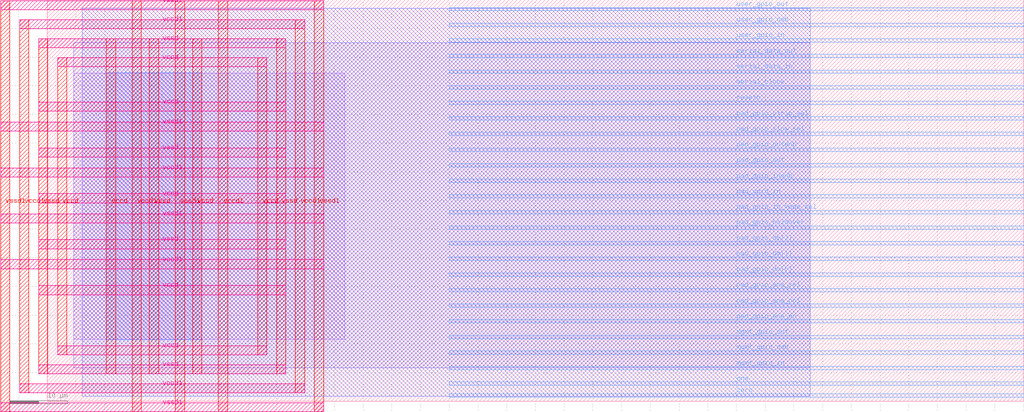
<source format=lef>
VERSION 5.7 ;
  NOWIREEXTENSIONATPIN ON ;
  DIVIDERCHAR "/" ;
  BUSBITCHARS "[]" ;
MACRO gpio_control_block
  CLASS BLOCK ;
  FOREIGN gpio_control_block ;
  ORIGIN 0.000 0.000 ;
  SIZE 170.000 BY 70.000 ;
  PIN mgmt_gpio_in
    DIRECTION OUTPUT TRISTATE ;
    USE SIGNAL ;
    PORT
      LAYER met3 ;
        RECT 70.000 5.480 170.000 6.080 ;
    END
  END mgmt_gpio_in
  PIN mgmt_gpio_oeb
    DIRECTION INPUT ;
    USE SIGNAL ;
    PORT
      LAYER met3 ;
        RECT 70.000 8.200 170.000 8.800 ;
    END
  END mgmt_gpio_oeb
  PIN mgmt_gpio_out
    DIRECTION INPUT ;
    USE SIGNAL ;
    PORT
      LAYER met3 ;
        RECT 70.000 10.920 170.000 11.520 ;
    END
  END mgmt_gpio_out
  PIN one
    DIRECTION OUTPUT TRISTATE ;
    USE SIGNAL ;
    PORT
      LAYER met3 ;
        RECT 70.000 2.760 170.000 3.360 ;
    END
  END one
  PIN pad_gpio_ana_en
    DIRECTION OUTPUT TRISTATE ;
    USE SIGNAL ;
    PORT
      LAYER met3 ;
        RECT 70.000 13.640 170.000 14.240 ;
    END
  END pad_gpio_ana_en
  PIN pad_gpio_ana_pol
    DIRECTION OUTPUT TRISTATE ;
    USE SIGNAL ;
    PORT
      LAYER met3 ;
        RECT 70.000 16.360 170.000 16.960 ;
    END
  END pad_gpio_ana_pol
  PIN pad_gpio_ana_sel
    DIRECTION OUTPUT TRISTATE ;
    USE SIGNAL ;
    PORT
      LAYER met3 ;
        RECT 70.000 19.080 170.000 19.680 ;
    END
  END pad_gpio_ana_sel
  PIN pad_gpio_dm[0]
    DIRECTION OUTPUT TRISTATE ;
    USE SIGNAL ;
    PORT
      LAYER met3 ;
        RECT 70.000 21.800 170.000 22.400 ;
    END
  END pad_gpio_dm[0]
  PIN pad_gpio_dm[1]
    DIRECTION OUTPUT TRISTATE ;
    USE SIGNAL ;
    PORT
      LAYER met3 ;
        RECT 70.000 24.520 170.000 25.120 ;
    END
  END pad_gpio_dm[1]
  PIN pad_gpio_dm[2]
    DIRECTION OUTPUT TRISTATE ;
    USE SIGNAL ;
    PORT
      LAYER met3 ;
        RECT 70.000 27.240 170.000 27.840 ;
    END
  END pad_gpio_dm[2]
  PIN pad_gpio_holdover
    DIRECTION OUTPUT TRISTATE ;
    USE SIGNAL ;
    PORT
      LAYER met3 ;
        RECT 70.000 29.960 170.000 30.560 ;
    END
  END pad_gpio_holdover
  PIN pad_gpio_ib_mode_sel
    DIRECTION OUTPUT TRISTATE ;
    USE SIGNAL ;
    PORT
      LAYER met3 ;
        RECT 70.000 32.680 170.000 33.280 ;
    END
  END pad_gpio_ib_mode_sel
  PIN pad_gpio_in
    DIRECTION INPUT ;
    USE SIGNAL ;
    PORT
      LAYER met3 ;
        RECT 70.000 35.400 170.000 36.000 ;
    END
  END pad_gpio_in
  PIN pad_gpio_inenb
    DIRECTION OUTPUT TRISTATE ;
    USE SIGNAL ;
    PORT
      LAYER met3 ;
        RECT 70.000 38.120 170.000 38.720 ;
    END
  END pad_gpio_inenb
  PIN pad_gpio_out
    DIRECTION OUTPUT TRISTATE ;
    USE SIGNAL ;
    PORT
      LAYER met3 ;
        RECT 70.000 40.840 170.000 41.440 ;
    END
  END pad_gpio_out
  PIN pad_gpio_outenb
    DIRECTION OUTPUT TRISTATE ;
    USE SIGNAL ;
    PORT
      LAYER met3 ;
        RECT 70.000 43.560 170.000 44.160 ;
    END
  END pad_gpio_outenb
  PIN pad_gpio_slow_sel
    DIRECTION OUTPUT TRISTATE ;
    USE SIGNAL ;
    PORT
      LAYER met3 ;
        RECT 70.000 46.280 170.000 46.880 ;
    END
  END pad_gpio_slow_sel
  PIN pad_gpio_vtrip_sel
    DIRECTION OUTPUT TRISTATE ;
    USE SIGNAL ;
    PORT
      LAYER met3 ;
        RECT 70.000 49.000 170.000 49.600 ;
    END
  END pad_gpio_vtrip_sel
  PIN resetn
    DIRECTION INPUT ;
    USE SIGNAL ;
    PORT
      LAYER met3 ;
        RECT 70.000 51.720 170.000 52.320 ;
    END
  END resetn
  PIN serial_clock
    DIRECTION INPUT ;
    USE SIGNAL ;
    PORT
      LAYER met3 ;
        RECT 70.000 54.440 170.000 55.040 ;
    END
  END serial_clock
  PIN serial_data_in
    DIRECTION INPUT ;
    USE SIGNAL ;
    PORT
      LAYER met3 ;
        RECT 70.000 57.160 170.000 57.760 ;
    END
  END serial_data_in
  PIN serial_data_out
    DIRECTION OUTPUT TRISTATE ;
    USE SIGNAL ;
    PORT
      LAYER met3 ;
        RECT 70.000 59.880 170.000 60.480 ;
    END
  END serial_data_out
  PIN user_gpio_in
    DIRECTION OUTPUT TRISTATE ;
    USE SIGNAL ;
    PORT
      LAYER met3 ;
        RECT 70.000 62.600 170.000 63.200 ;
    END
  END user_gpio_in
  PIN user_gpio_oeb
    DIRECTION INPUT ;
    USE SIGNAL ;
    PORT
      LAYER met3 ;
        RECT 70.000 65.320 170.000 65.920 ;
    END
  END user_gpio_oeb
  PIN user_gpio_out
    DIRECTION INPUT ;
    USE SIGNAL ;
    PORT
      LAYER met3 ;
        RECT 70.000 68.040 170.000 68.640 ;
    END
  END user_gpio_out
  PIN zero
    DIRECTION OUTPUT TRISTATE ;
    USE SIGNAL ;
    PORT
      LAYER met3 ;
        RECT 70.000 0.720 170.000 1.320 ;
    END
  END zero
  PIN vccd
    DIRECTION INOUT ;
    USE POWER ;
    PORT
      LAYER met4 ;
        RECT 25.300 4.780 26.900 63.220 ;
    END
  END vccd
  PIN vccd
    DIRECTION INOUT ;
    USE POWER ;
    PORT
      LAYER met4 ;
        RECT 10.300 4.780 11.900 63.220 ;
    END
  END vccd
  PIN vccd
    DIRECTION INOUT ;
    USE POWER ;
    PORT
      LAYER met4 ;
        RECT 36.620 8.080 38.220 59.920 ;
    END
  END vccd
  PIN vccd
    DIRECTION INOUT ;
    USE POWER ;
    PORT
      LAYER met4 ;
        RECT 1.800 8.080 3.400 59.920 ;
    END
  END vccd
  PIN vccd
    DIRECTION INOUT ;
    USE POWER ;
    PORT
      LAYER met5 ;
        RECT 1.800 58.320 38.220 59.920 ;
    END
  END vccd
  PIN vccd
    DIRECTION INOUT ;
    USE POWER ;
    PORT
      LAYER met5 ;
        RECT -1.500 50.580 41.520 52.180 ;
    END
  END vccd
  PIN vccd
    DIRECTION INOUT ;
    USE POWER ;
    PORT
      LAYER met5 ;
        RECT -1.500 34.580 41.520 36.180 ;
    END
  END vccd
  PIN vccd
    DIRECTION INOUT ;
    USE POWER ;
    PORT
      LAYER met5 ;
        RECT -1.500 18.580 41.520 20.180 ;
    END
  END vccd
  PIN vccd
    DIRECTION INOUT ;
    USE POWER ;
    PORT
      LAYER met5 ;
        RECT 1.800 8.080 38.220 9.680 ;
    END
  END vccd
  PIN vssd
    DIRECTION INOUT ;
    USE GROUND ;
    PORT
      LAYER met4 ;
        RECT 39.920 4.780 41.520 63.220 ;
    END
  END vssd
  PIN vssd
    DIRECTION INOUT ;
    USE GROUND ;
    PORT
      LAYER met4 ;
        RECT 17.800 4.780 19.400 63.220 ;
    END
  END vssd
  PIN vssd
    DIRECTION INOUT ;
    USE GROUND ;
    PORT
      LAYER met4 ;
        RECT -1.500 4.780 0.100 63.220 ;
    END
  END vssd
  PIN vssd
    DIRECTION INOUT ;
    USE GROUND ;
    PORT
      LAYER met5 ;
        RECT -1.500 61.620 41.520 63.220 ;
    END
  END vssd
  PIN vssd
    DIRECTION INOUT ;
    USE GROUND ;
    PORT
      LAYER met5 ;
        RECT -1.500 42.580 41.520 44.180 ;
    END
  END vssd
  PIN vssd
    DIRECTION INOUT ;
    USE GROUND ;
    PORT
      LAYER met5 ;
        RECT -1.500 26.580 41.520 28.180 ;
    END
  END vssd
  PIN vssd
    DIRECTION INOUT ;
    USE GROUND ;
    PORT
      LAYER met5 ;
        RECT -1.500 4.780 41.520 6.380 ;
    END
  END vssd
  PIN vccd1
    DIRECTION INOUT ;
    USE POWER ;
    PORT
      LAYER met4 ;
        RECT 29.800 -1.820 31.400 69.820 ;
    END
  END vccd1
  PIN vccd1
    DIRECTION INOUT ;
    USE POWER ;
    PORT
      LAYER met4 ;
        RECT 14.800 -1.820 16.400 69.820 ;
    END
  END vccd1
  PIN vccd1
    DIRECTION INOUT ;
    USE POWER ;
    PORT
      LAYER met4 ;
        RECT 43.220 1.480 44.820 66.520 ;
    END
  END vccd1
  PIN vccd1
    DIRECTION INOUT ;
    USE POWER ;
    PORT
      LAYER met4 ;
        RECT -4.800 1.480 -3.200 66.520 ;
    END
  END vccd1
  PIN vccd1
    DIRECTION INOUT ;
    USE POWER ;
    PORT
      LAYER met5 ;
        RECT -4.800 64.920 44.820 66.520 ;
    END
  END vccd1
  PIN vccd1
    DIRECTION INOUT ;
    USE POWER ;
    PORT
      LAYER met5 ;
        RECT -8.100 39.080 48.120 40.680 ;
    END
  END vccd1
  PIN vccd1
    DIRECTION INOUT ;
    USE POWER ;
    PORT
      LAYER met5 ;
        RECT -8.100 23.080 48.120 24.680 ;
    END
  END vccd1
  PIN vccd1
    DIRECTION INOUT ;
    USE POWER ;
    PORT
      LAYER met5 ;
        RECT -4.800 1.480 44.820 3.080 ;
    END
  END vccd1
  PIN vssd1
    DIRECTION INOUT ;
    USE GROUND ;
    PORT
      LAYER met4 ;
        RECT 46.520 -1.820 48.120 69.820 ;
    END
  END vssd1
  PIN vssd1
    DIRECTION INOUT ;
    USE GROUND ;
    PORT
      LAYER met4 ;
        RECT 22.300 -1.820 23.900 69.820 ;
    END
  END vssd1
  PIN vssd1
    DIRECTION INOUT ;
    USE GROUND ;
    PORT
      LAYER met4 ;
        RECT -8.100 -1.820 -6.500 69.820 ;
    END
  END vssd1
  PIN vssd1
    DIRECTION INOUT ;
    USE GROUND ;
    PORT
      LAYER met5 ;
        RECT -8.100 68.220 48.120 69.820 ;
    END
  END vssd1
  PIN vssd1
    DIRECTION INOUT ;
    USE GROUND ;
    PORT
      LAYER met5 ;
        RECT -8.100 47.080 48.120 48.680 ;
    END
  END vssd1
  PIN vssd1
    DIRECTION INOUT ;
    USE GROUND ;
    PORT
      LAYER met5 ;
        RECT -8.100 31.080 48.120 32.680 ;
    END
  END vssd1
  PIN vssd1
    DIRECTION INOUT ;
    USE GROUND ;
    PORT
      LAYER met5 ;
        RECT -8.100 -1.820 48.120 -0.220 ;
    END
  END vssd1
  OBS
      LAYER li1 ;
        RECT 4.600 10.795 51.835 57.205 ;
      LAYER met1 ;
        RECT 4.600 5.820 132.870 62.520 ;
      LAYER met2 ;
        RECT 6.080 0.835 132.850 68.525 ;
      LAYER met3 ;
        RECT 10.300 10.715 26.900 57.285 ;
  END
END gpio_control_block
END LIBRARY


</source>
